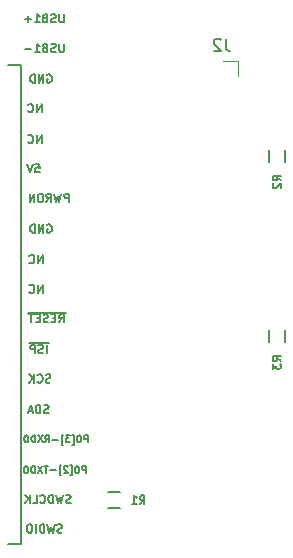
<source format=gbr>
G04 #@! TF.FileFunction,Legend,Bot*
%FSLAX46Y46*%
G04 Gerber Fmt 4.6, Leading zero omitted, Abs format (unit mm)*
G04 Created by KiCad (PCBNEW 4.0.7-e1-6374~58~ubuntu14.04.1) date Fri Aug 25 00:07:31 2017*
%MOMM*%
%LPD*%
G01*
G04 APERTURE LIST*
%ADD10C,0.100000*%
%ADD11C,0.152400*%
%ADD12C,0.120000*%
%ADD13C,0.150000*%
G04 APERTURE END LIST*
D10*
D11*
X128000000Y-84760000D02*
X129100000Y-84760000D01*
X129100000Y-84760000D02*
X129100000Y-90560000D01*
X129100000Y-90560000D02*
X129100000Y-95960000D01*
X129100000Y-95960000D02*
X129100000Y-99560000D01*
X129100000Y-99560000D02*
X129100000Y-113560000D01*
X129100000Y-113560000D02*
X129100000Y-124060000D01*
X129100000Y-124060000D02*
X129100000Y-125260000D01*
X129100000Y-125260000D02*
X128000000Y-125260000D01*
D12*
X147470000Y-85650000D02*
X147470000Y-84380000D01*
X147470000Y-84380000D02*
X146200000Y-84380000D01*
D13*
X137500000Y-120875000D02*
X136500000Y-120875000D01*
X136500000Y-122225000D02*
X137500000Y-122225000D01*
X151475000Y-92900000D02*
X151475000Y-91900000D01*
X150125000Y-91900000D02*
X150125000Y-92900000D01*
X151475000Y-108200000D02*
X151475000Y-107200000D01*
X150125000Y-107200000D02*
X150125000Y-108200000D01*
X132750000Y-80416667D02*
X132750000Y-80983333D01*
X132716667Y-81050000D01*
X132683334Y-81083333D01*
X132616667Y-81116667D01*
X132483334Y-81116667D01*
X132416667Y-81083333D01*
X132383334Y-81050000D01*
X132350000Y-80983333D01*
X132350000Y-80416667D01*
X132050001Y-81083333D02*
X131950001Y-81116667D01*
X131783334Y-81116667D01*
X131716667Y-81083333D01*
X131683334Y-81050000D01*
X131650001Y-80983333D01*
X131650001Y-80916667D01*
X131683334Y-80850000D01*
X131716667Y-80816667D01*
X131783334Y-80783333D01*
X131916667Y-80750000D01*
X131983334Y-80716667D01*
X132016667Y-80683333D01*
X132050001Y-80616667D01*
X132050001Y-80550000D01*
X132016667Y-80483333D01*
X131983334Y-80450000D01*
X131916667Y-80416667D01*
X131750001Y-80416667D01*
X131650001Y-80450000D01*
X131116667Y-80750000D02*
X131016667Y-80783333D01*
X130983334Y-80816667D01*
X130950000Y-80883333D01*
X130950000Y-80983333D01*
X130983334Y-81050000D01*
X131016667Y-81083333D01*
X131083334Y-81116667D01*
X131350000Y-81116667D01*
X131350000Y-80416667D01*
X131116667Y-80416667D01*
X131050000Y-80450000D01*
X131016667Y-80483333D01*
X130983334Y-80550000D01*
X130983334Y-80616667D01*
X131016667Y-80683333D01*
X131050000Y-80716667D01*
X131116667Y-80750000D01*
X131350000Y-80750000D01*
X130283334Y-81116667D02*
X130683334Y-81116667D01*
X130483334Y-81116667D02*
X130483334Y-80416667D01*
X130550000Y-80516667D01*
X130616667Y-80583333D01*
X130683334Y-80616667D01*
X129983333Y-80850000D02*
X129450000Y-80850000D01*
X129716667Y-81116667D02*
X129716667Y-80583333D01*
X132750000Y-82916667D02*
X132750000Y-83483333D01*
X132716667Y-83550000D01*
X132683334Y-83583333D01*
X132616667Y-83616667D01*
X132483334Y-83616667D01*
X132416667Y-83583333D01*
X132383334Y-83550000D01*
X132350000Y-83483333D01*
X132350000Y-82916667D01*
X132050001Y-83583333D02*
X131950001Y-83616667D01*
X131783334Y-83616667D01*
X131716667Y-83583333D01*
X131683334Y-83550000D01*
X131650001Y-83483333D01*
X131650001Y-83416667D01*
X131683334Y-83350000D01*
X131716667Y-83316667D01*
X131783334Y-83283333D01*
X131916667Y-83250000D01*
X131983334Y-83216667D01*
X132016667Y-83183333D01*
X132050001Y-83116667D01*
X132050001Y-83050000D01*
X132016667Y-82983333D01*
X131983334Y-82950000D01*
X131916667Y-82916667D01*
X131750001Y-82916667D01*
X131650001Y-82950000D01*
X131116667Y-83250000D02*
X131016667Y-83283333D01*
X130983334Y-83316667D01*
X130950000Y-83383333D01*
X130950000Y-83483333D01*
X130983334Y-83550000D01*
X131016667Y-83583333D01*
X131083334Y-83616667D01*
X131350000Y-83616667D01*
X131350000Y-82916667D01*
X131116667Y-82916667D01*
X131050000Y-82950000D01*
X131016667Y-82983333D01*
X130983334Y-83050000D01*
X130983334Y-83116667D01*
X131016667Y-83183333D01*
X131050000Y-83216667D01*
X131116667Y-83250000D01*
X131350000Y-83250000D01*
X130283334Y-83616667D02*
X130683334Y-83616667D01*
X130483334Y-83616667D02*
X130483334Y-82916667D01*
X130550000Y-83016667D01*
X130616667Y-83083333D01*
X130683334Y-83116667D01*
X129983333Y-83350000D02*
X129450000Y-83350000D01*
X132583333Y-124283333D02*
X132483333Y-124316667D01*
X132316666Y-124316667D01*
X132249999Y-124283333D01*
X132216666Y-124250000D01*
X132183333Y-124183333D01*
X132183333Y-124116667D01*
X132216666Y-124050000D01*
X132249999Y-124016667D01*
X132316666Y-123983333D01*
X132449999Y-123950000D01*
X132516666Y-123916667D01*
X132549999Y-123883333D01*
X132583333Y-123816667D01*
X132583333Y-123750000D01*
X132549999Y-123683333D01*
X132516666Y-123650000D01*
X132449999Y-123616667D01*
X132283333Y-123616667D01*
X132183333Y-123650000D01*
X131949999Y-123616667D02*
X131783332Y-124316667D01*
X131649999Y-123816667D01*
X131516666Y-124316667D01*
X131349999Y-123616667D01*
X131083332Y-124316667D02*
X131083332Y-123616667D01*
X130916666Y-123616667D01*
X130816666Y-123650000D01*
X130749999Y-123716667D01*
X130716666Y-123783333D01*
X130683332Y-123916667D01*
X130683332Y-124016667D01*
X130716666Y-124150000D01*
X130749999Y-124216667D01*
X130816666Y-124283333D01*
X130916666Y-124316667D01*
X131083332Y-124316667D01*
X130383332Y-124316667D02*
X130383332Y-123616667D01*
X129916666Y-123616667D02*
X129783333Y-123616667D01*
X129716666Y-123650000D01*
X129649999Y-123716667D01*
X129616666Y-123850000D01*
X129616666Y-124083333D01*
X129649999Y-124216667D01*
X129716666Y-124283333D01*
X129783333Y-124316667D01*
X129916666Y-124316667D01*
X129983333Y-124283333D01*
X130049999Y-124216667D01*
X130083333Y-124083333D01*
X130083333Y-123850000D01*
X130049999Y-123716667D01*
X129983333Y-123650000D01*
X129916666Y-123616667D01*
X133333334Y-121783333D02*
X133233334Y-121816667D01*
X133066667Y-121816667D01*
X133000000Y-121783333D01*
X132966667Y-121750000D01*
X132933334Y-121683333D01*
X132933334Y-121616667D01*
X132966667Y-121550000D01*
X133000000Y-121516667D01*
X133066667Y-121483333D01*
X133200000Y-121450000D01*
X133266667Y-121416667D01*
X133300000Y-121383333D01*
X133333334Y-121316667D01*
X133333334Y-121250000D01*
X133300000Y-121183333D01*
X133266667Y-121150000D01*
X133200000Y-121116667D01*
X133033334Y-121116667D01*
X132933334Y-121150000D01*
X132700000Y-121116667D02*
X132533333Y-121816667D01*
X132400000Y-121316667D01*
X132266667Y-121816667D01*
X132100000Y-121116667D01*
X131833333Y-121816667D02*
X131833333Y-121116667D01*
X131666667Y-121116667D01*
X131566667Y-121150000D01*
X131500000Y-121216667D01*
X131466667Y-121283333D01*
X131433333Y-121416667D01*
X131433333Y-121516667D01*
X131466667Y-121650000D01*
X131500000Y-121716667D01*
X131566667Y-121783333D01*
X131666667Y-121816667D01*
X131833333Y-121816667D01*
X130733333Y-121750000D02*
X130766667Y-121783333D01*
X130866667Y-121816667D01*
X130933333Y-121816667D01*
X131033333Y-121783333D01*
X131100000Y-121716667D01*
X131133333Y-121650000D01*
X131166667Y-121516667D01*
X131166667Y-121416667D01*
X131133333Y-121283333D01*
X131100000Y-121216667D01*
X131033333Y-121150000D01*
X130933333Y-121116667D01*
X130866667Y-121116667D01*
X130766667Y-121150000D01*
X130733333Y-121183333D01*
X130100000Y-121816667D02*
X130433333Y-121816667D01*
X130433333Y-121116667D01*
X129866666Y-121816667D02*
X129866666Y-121116667D01*
X129466666Y-121816667D02*
X129766666Y-121416667D01*
X129466666Y-121116667D02*
X129866666Y-121516667D01*
X134600001Y-119271429D02*
X134600001Y-118671429D01*
X134371429Y-118671429D01*
X134314287Y-118700000D01*
X134285715Y-118728571D01*
X134257144Y-118785714D01*
X134257144Y-118871429D01*
X134285715Y-118928571D01*
X134314287Y-118957143D01*
X134371429Y-118985714D01*
X134600001Y-118985714D01*
X133885715Y-118671429D02*
X133828572Y-118671429D01*
X133771429Y-118700000D01*
X133742858Y-118728571D01*
X133714287Y-118785714D01*
X133685715Y-118900000D01*
X133685715Y-119042857D01*
X133714287Y-119157143D01*
X133742858Y-119214286D01*
X133771429Y-119242857D01*
X133828572Y-119271429D01*
X133885715Y-119271429D01*
X133942858Y-119242857D01*
X133971429Y-119214286D01*
X134000001Y-119157143D01*
X134028572Y-119042857D01*
X134028572Y-118900000D01*
X134000001Y-118785714D01*
X133971429Y-118728571D01*
X133942858Y-118700000D01*
X133885715Y-118671429D01*
X133257143Y-119471429D02*
X133400000Y-119471429D01*
X133400000Y-118614286D01*
X133257143Y-118614286D01*
X133057143Y-118728571D02*
X133028572Y-118700000D01*
X132971429Y-118671429D01*
X132828572Y-118671429D01*
X132771429Y-118700000D01*
X132742858Y-118728571D01*
X132714286Y-118785714D01*
X132714286Y-118842857D01*
X132742858Y-118928571D01*
X133085715Y-119271429D01*
X132714286Y-119271429D01*
X132514286Y-119471429D02*
X132371429Y-119471429D01*
X132371429Y-118614286D01*
X132514286Y-118614286D01*
X132057143Y-119042857D02*
X131600000Y-119042857D01*
X131400000Y-118671429D02*
X131057143Y-118671429D01*
X131228572Y-119271429D02*
X131228572Y-118671429D01*
X130914286Y-118671429D02*
X130514286Y-119271429D01*
X130514286Y-118671429D02*
X130914286Y-119271429D01*
X130285714Y-119271429D02*
X130285714Y-118671429D01*
X130142857Y-118671429D01*
X130057142Y-118700000D01*
X130000000Y-118757143D01*
X129971428Y-118814286D01*
X129942857Y-118928571D01*
X129942857Y-119014286D01*
X129971428Y-119128571D01*
X130000000Y-119185714D01*
X130057142Y-119242857D01*
X130142857Y-119271429D01*
X130285714Y-119271429D01*
X129571428Y-118671429D02*
X129514285Y-118671429D01*
X129457142Y-118700000D01*
X129428571Y-118728571D01*
X129400000Y-118785714D01*
X129371428Y-118900000D01*
X129371428Y-119042857D01*
X129400000Y-119157143D01*
X129428571Y-119214286D01*
X129457142Y-119242857D01*
X129514285Y-119271429D01*
X129571428Y-119271429D01*
X129628571Y-119242857D01*
X129657142Y-119214286D01*
X129685714Y-119157143D01*
X129714285Y-119042857D01*
X129714285Y-118900000D01*
X129685714Y-118785714D01*
X129657142Y-118728571D01*
X129628571Y-118700000D01*
X129571428Y-118671429D01*
X134771429Y-116671429D02*
X134771429Y-116071429D01*
X134542857Y-116071429D01*
X134485715Y-116100000D01*
X134457143Y-116128571D01*
X134428572Y-116185714D01*
X134428572Y-116271429D01*
X134457143Y-116328571D01*
X134485715Y-116357143D01*
X134542857Y-116385714D01*
X134771429Y-116385714D01*
X134057143Y-116071429D02*
X134000000Y-116071429D01*
X133942857Y-116100000D01*
X133914286Y-116128571D01*
X133885715Y-116185714D01*
X133857143Y-116300000D01*
X133857143Y-116442857D01*
X133885715Y-116557143D01*
X133914286Y-116614286D01*
X133942857Y-116642857D01*
X134000000Y-116671429D01*
X134057143Y-116671429D01*
X134114286Y-116642857D01*
X134142857Y-116614286D01*
X134171429Y-116557143D01*
X134200000Y-116442857D01*
X134200000Y-116300000D01*
X134171429Y-116185714D01*
X134142857Y-116128571D01*
X134114286Y-116100000D01*
X134057143Y-116071429D01*
X133428571Y-116871429D02*
X133571428Y-116871429D01*
X133571428Y-116014286D01*
X133428571Y-116014286D01*
X133257143Y-116071429D02*
X132885714Y-116071429D01*
X133085714Y-116300000D01*
X133000000Y-116300000D01*
X132942857Y-116328571D01*
X132914286Y-116357143D01*
X132885714Y-116414286D01*
X132885714Y-116557143D01*
X132914286Y-116614286D01*
X132942857Y-116642857D01*
X133000000Y-116671429D01*
X133171428Y-116671429D01*
X133228571Y-116642857D01*
X133257143Y-116614286D01*
X132685714Y-116871429D02*
X132542857Y-116871429D01*
X132542857Y-116014286D01*
X132685714Y-116014286D01*
X132228571Y-116442857D02*
X131771428Y-116442857D01*
X131142857Y-116671429D02*
X131342857Y-116385714D01*
X131485714Y-116671429D02*
X131485714Y-116071429D01*
X131257142Y-116071429D01*
X131200000Y-116100000D01*
X131171428Y-116128571D01*
X131142857Y-116185714D01*
X131142857Y-116271429D01*
X131171428Y-116328571D01*
X131200000Y-116357143D01*
X131257142Y-116385714D01*
X131485714Y-116385714D01*
X130942857Y-116071429D02*
X130542857Y-116671429D01*
X130542857Y-116071429D02*
X130942857Y-116671429D01*
X130314285Y-116671429D02*
X130314285Y-116071429D01*
X130171428Y-116071429D01*
X130085713Y-116100000D01*
X130028571Y-116157143D01*
X129999999Y-116214286D01*
X129971428Y-116328571D01*
X129971428Y-116414286D01*
X129999999Y-116528571D01*
X130028571Y-116585714D01*
X130085713Y-116642857D01*
X130171428Y-116671429D01*
X130314285Y-116671429D01*
X129599999Y-116071429D02*
X129542856Y-116071429D01*
X129485713Y-116100000D01*
X129457142Y-116128571D01*
X129428571Y-116185714D01*
X129399999Y-116300000D01*
X129399999Y-116442857D01*
X129428571Y-116557143D01*
X129457142Y-116614286D01*
X129485713Y-116642857D01*
X129542856Y-116671429D01*
X129599999Y-116671429D01*
X129657142Y-116642857D01*
X129685713Y-116614286D01*
X129714285Y-116557143D01*
X129742856Y-116442857D01*
X129742856Y-116300000D01*
X129714285Y-116185714D01*
X129685713Y-116128571D01*
X129657142Y-116100000D01*
X129599999Y-116071429D01*
X131450000Y-114183333D02*
X131350000Y-114216667D01*
X131183333Y-114216667D01*
X131116666Y-114183333D01*
X131083333Y-114150000D01*
X131050000Y-114083333D01*
X131050000Y-114016667D01*
X131083333Y-113950000D01*
X131116666Y-113916667D01*
X131183333Y-113883333D01*
X131316666Y-113850000D01*
X131383333Y-113816667D01*
X131416666Y-113783333D01*
X131450000Y-113716667D01*
X131450000Y-113650000D01*
X131416666Y-113583333D01*
X131383333Y-113550000D01*
X131316666Y-113516667D01*
X131150000Y-113516667D01*
X131050000Y-113550000D01*
X130749999Y-114216667D02*
X130749999Y-113516667D01*
X130583333Y-113516667D01*
X130483333Y-113550000D01*
X130416666Y-113616667D01*
X130383333Y-113683333D01*
X130349999Y-113816667D01*
X130349999Y-113916667D01*
X130383333Y-114050000D01*
X130416666Y-114116667D01*
X130483333Y-114183333D01*
X130583333Y-114216667D01*
X130749999Y-114216667D01*
X130083333Y-114016667D02*
X129749999Y-114016667D01*
X130149999Y-114216667D02*
X129916666Y-113516667D01*
X129683333Y-114216667D01*
X131600000Y-111583333D02*
X131500000Y-111616667D01*
X131333333Y-111616667D01*
X131266666Y-111583333D01*
X131233333Y-111550000D01*
X131200000Y-111483333D01*
X131200000Y-111416667D01*
X131233333Y-111350000D01*
X131266666Y-111316667D01*
X131333333Y-111283333D01*
X131466666Y-111250000D01*
X131533333Y-111216667D01*
X131566666Y-111183333D01*
X131600000Y-111116667D01*
X131600000Y-111050000D01*
X131566666Y-110983333D01*
X131533333Y-110950000D01*
X131466666Y-110916667D01*
X131300000Y-110916667D01*
X131200000Y-110950000D01*
X130499999Y-111550000D02*
X130533333Y-111583333D01*
X130633333Y-111616667D01*
X130699999Y-111616667D01*
X130799999Y-111583333D01*
X130866666Y-111516667D01*
X130899999Y-111450000D01*
X130933333Y-111316667D01*
X130933333Y-111216667D01*
X130899999Y-111083333D01*
X130866666Y-111016667D01*
X130799999Y-110950000D01*
X130699999Y-110916667D01*
X130633333Y-110916667D01*
X130533333Y-110950000D01*
X130499999Y-110983333D01*
X130199999Y-111616667D02*
X130199999Y-110916667D01*
X129799999Y-111616667D02*
X130099999Y-111216667D01*
X129799999Y-110916667D02*
X130199999Y-111316667D01*
X131283333Y-109116667D02*
X131283333Y-108416667D01*
X130983334Y-109083333D02*
X130883334Y-109116667D01*
X130716667Y-109116667D01*
X130650000Y-109083333D01*
X130616667Y-109050000D01*
X130583334Y-108983333D01*
X130583334Y-108916667D01*
X130616667Y-108850000D01*
X130650000Y-108816667D01*
X130716667Y-108783333D01*
X130850000Y-108750000D01*
X130916667Y-108716667D01*
X130950000Y-108683333D01*
X130983334Y-108616667D01*
X130983334Y-108550000D01*
X130950000Y-108483333D01*
X130916667Y-108450000D01*
X130850000Y-108416667D01*
X130683334Y-108416667D01*
X130583334Y-108450000D01*
X130283333Y-109116667D02*
X130283333Y-108416667D01*
X130016667Y-108416667D01*
X129950000Y-108450000D01*
X129916667Y-108483333D01*
X129883333Y-108550000D01*
X129883333Y-108650000D01*
X129916667Y-108716667D01*
X129950000Y-108750000D01*
X130016667Y-108783333D01*
X130283333Y-108783333D01*
X131450000Y-108296000D02*
X129750000Y-108296000D01*
X132316666Y-106516667D02*
X132550000Y-106183333D01*
X132716666Y-106516667D02*
X132716666Y-105816667D01*
X132450000Y-105816667D01*
X132383333Y-105850000D01*
X132350000Y-105883333D01*
X132316666Y-105950000D01*
X132316666Y-106050000D01*
X132350000Y-106116667D01*
X132383333Y-106150000D01*
X132450000Y-106183333D01*
X132716666Y-106183333D01*
X132016666Y-106150000D02*
X131783333Y-106150000D01*
X131683333Y-106516667D02*
X132016666Y-106516667D01*
X132016666Y-105816667D01*
X131683333Y-105816667D01*
X131416667Y-106483333D02*
X131316667Y-106516667D01*
X131150000Y-106516667D01*
X131083333Y-106483333D01*
X131050000Y-106450000D01*
X131016667Y-106383333D01*
X131016667Y-106316667D01*
X131050000Y-106250000D01*
X131083333Y-106216667D01*
X131150000Y-106183333D01*
X131283333Y-106150000D01*
X131350000Y-106116667D01*
X131383333Y-106083333D01*
X131416667Y-106016667D01*
X131416667Y-105950000D01*
X131383333Y-105883333D01*
X131350000Y-105850000D01*
X131283333Y-105816667D01*
X131116667Y-105816667D01*
X131016667Y-105850000D01*
X130716666Y-106150000D02*
X130483333Y-106150000D01*
X130383333Y-106516667D02*
X130716666Y-106516667D01*
X130716666Y-105816667D01*
X130383333Y-105816667D01*
X130183333Y-105816667D02*
X129783333Y-105816667D01*
X129983333Y-106516667D02*
X129983333Y-105816667D01*
X132883333Y-105696000D02*
X129716667Y-105696000D01*
X130949999Y-104016667D02*
X130949999Y-103316667D01*
X130549999Y-104016667D01*
X130549999Y-103316667D01*
X129816666Y-103950000D02*
X129850000Y-103983333D01*
X129950000Y-104016667D01*
X130016666Y-104016667D01*
X130116666Y-103983333D01*
X130183333Y-103916667D01*
X130216666Y-103850000D01*
X130250000Y-103716667D01*
X130250000Y-103616667D01*
X130216666Y-103483333D01*
X130183333Y-103416667D01*
X130116666Y-103350000D01*
X130016666Y-103316667D01*
X129950000Y-103316667D01*
X129850000Y-103350000D01*
X129816666Y-103383333D01*
X130949999Y-101516667D02*
X130949999Y-100816667D01*
X130549999Y-101516667D01*
X130549999Y-100816667D01*
X129816666Y-101450000D02*
X129850000Y-101483333D01*
X129950000Y-101516667D01*
X130016666Y-101516667D01*
X130116666Y-101483333D01*
X130183333Y-101416667D01*
X130216666Y-101350000D01*
X130250000Y-101216667D01*
X130250000Y-101116667D01*
X130216666Y-100983333D01*
X130183333Y-100916667D01*
X130116666Y-100850000D01*
X130016666Y-100816667D01*
X129950000Y-100816667D01*
X129850000Y-100850000D01*
X129816666Y-100883333D01*
X131333333Y-98250000D02*
X131399999Y-98216667D01*
X131499999Y-98216667D01*
X131599999Y-98250000D01*
X131666666Y-98316667D01*
X131699999Y-98383333D01*
X131733333Y-98516667D01*
X131733333Y-98616667D01*
X131699999Y-98750000D01*
X131666666Y-98816667D01*
X131599999Y-98883333D01*
X131499999Y-98916667D01*
X131433333Y-98916667D01*
X131333333Y-98883333D01*
X131299999Y-98850000D01*
X131299999Y-98616667D01*
X131433333Y-98616667D01*
X130999999Y-98916667D02*
X130999999Y-98216667D01*
X130599999Y-98916667D01*
X130599999Y-98216667D01*
X130266666Y-98916667D02*
X130266666Y-98216667D01*
X130100000Y-98216667D01*
X130000000Y-98250000D01*
X129933333Y-98316667D01*
X129900000Y-98383333D01*
X129866666Y-98516667D01*
X129866666Y-98616667D01*
X129900000Y-98750000D01*
X129933333Y-98816667D01*
X130000000Y-98883333D01*
X130100000Y-98916667D01*
X130266666Y-98916667D01*
X133166666Y-96316667D02*
X133166666Y-95616667D01*
X132900000Y-95616667D01*
X132833333Y-95650000D01*
X132800000Y-95683333D01*
X132766666Y-95750000D01*
X132766666Y-95850000D01*
X132800000Y-95916667D01*
X132833333Y-95950000D01*
X132900000Y-95983333D01*
X133166666Y-95983333D01*
X132533333Y-95616667D02*
X132366666Y-96316667D01*
X132233333Y-95816667D01*
X132100000Y-96316667D01*
X131933333Y-95616667D01*
X131266666Y-96316667D02*
X131500000Y-95983333D01*
X131666666Y-96316667D02*
X131666666Y-95616667D01*
X131400000Y-95616667D01*
X131333333Y-95650000D01*
X131300000Y-95683333D01*
X131266666Y-95750000D01*
X131266666Y-95850000D01*
X131300000Y-95916667D01*
X131333333Y-95950000D01*
X131400000Y-95983333D01*
X131666666Y-95983333D01*
X130833333Y-95616667D02*
X130700000Y-95616667D01*
X130633333Y-95650000D01*
X130566666Y-95716667D01*
X130533333Y-95850000D01*
X130533333Y-96083333D01*
X130566666Y-96216667D01*
X130633333Y-96283333D01*
X130700000Y-96316667D01*
X130833333Y-96316667D01*
X130900000Y-96283333D01*
X130966666Y-96216667D01*
X131000000Y-96083333D01*
X131000000Y-95850000D01*
X130966666Y-95716667D01*
X130900000Y-95650000D01*
X130833333Y-95616667D01*
X130233333Y-96316667D02*
X130233333Y-95616667D01*
X129833333Y-96316667D01*
X129833333Y-95616667D01*
X130333333Y-93116667D02*
X130666666Y-93116667D01*
X130700000Y-93450000D01*
X130666666Y-93416667D01*
X130600000Y-93383333D01*
X130433333Y-93383333D01*
X130366666Y-93416667D01*
X130333333Y-93450000D01*
X130300000Y-93516667D01*
X130300000Y-93683333D01*
X130333333Y-93750000D01*
X130366666Y-93783333D01*
X130433333Y-93816667D01*
X130600000Y-93816667D01*
X130666666Y-93783333D01*
X130700000Y-93750000D01*
X130099999Y-93116667D02*
X129866666Y-93816667D01*
X129633333Y-93116667D01*
X130849999Y-91316667D02*
X130849999Y-90616667D01*
X130449999Y-91316667D01*
X130449999Y-90616667D01*
X129716666Y-91250000D02*
X129750000Y-91283333D01*
X129850000Y-91316667D01*
X129916666Y-91316667D01*
X130016666Y-91283333D01*
X130083333Y-91216667D01*
X130116666Y-91150000D01*
X130150000Y-91016667D01*
X130150000Y-90916667D01*
X130116666Y-90783333D01*
X130083333Y-90716667D01*
X130016666Y-90650000D01*
X129916666Y-90616667D01*
X129850000Y-90616667D01*
X129750000Y-90650000D01*
X129716666Y-90683333D01*
X130849999Y-88716667D02*
X130849999Y-88016667D01*
X130449999Y-88716667D01*
X130449999Y-88016667D01*
X129716666Y-88650000D02*
X129750000Y-88683333D01*
X129850000Y-88716667D01*
X129916666Y-88716667D01*
X130016666Y-88683333D01*
X130083333Y-88616667D01*
X130116666Y-88550000D01*
X130150000Y-88416667D01*
X130150000Y-88316667D01*
X130116666Y-88183333D01*
X130083333Y-88116667D01*
X130016666Y-88050000D01*
X129916666Y-88016667D01*
X129850000Y-88016667D01*
X129750000Y-88050000D01*
X129716666Y-88083333D01*
X131333333Y-85550000D02*
X131399999Y-85516667D01*
X131499999Y-85516667D01*
X131599999Y-85550000D01*
X131666666Y-85616667D01*
X131699999Y-85683333D01*
X131733333Y-85816667D01*
X131733333Y-85916667D01*
X131699999Y-86050000D01*
X131666666Y-86116667D01*
X131599999Y-86183333D01*
X131499999Y-86216667D01*
X131433333Y-86216667D01*
X131333333Y-86183333D01*
X131299999Y-86150000D01*
X131299999Y-85916667D01*
X131433333Y-85916667D01*
X130999999Y-86216667D02*
X130999999Y-85516667D01*
X130599999Y-86216667D01*
X130599999Y-85516667D01*
X130266666Y-86216667D02*
X130266666Y-85516667D01*
X130100000Y-85516667D01*
X130000000Y-85550000D01*
X129933333Y-85616667D01*
X129900000Y-85683333D01*
X129866666Y-85816667D01*
X129866666Y-85916667D01*
X129900000Y-86050000D01*
X129933333Y-86116667D01*
X130000000Y-86183333D01*
X130100000Y-86216667D01*
X130266666Y-86216667D01*
X146433333Y-82502381D02*
X146433333Y-83216667D01*
X146480953Y-83359524D01*
X146576191Y-83454762D01*
X146719048Y-83502381D01*
X146814286Y-83502381D01*
X146004762Y-82597619D02*
X145957143Y-82550000D01*
X145861905Y-82502381D01*
X145623809Y-82502381D01*
X145528571Y-82550000D01*
X145480952Y-82597619D01*
X145433333Y-82692857D01*
X145433333Y-82788095D01*
X145480952Y-82930952D01*
X146052381Y-83502381D01*
X145433333Y-83502381D01*
X139166666Y-121866667D02*
X139400000Y-121533333D01*
X139566666Y-121866667D02*
X139566666Y-121166667D01*
X139300000Y-121166667D01*
X139233333Y-121200000D01*
X139200000Y-121233333D01*
X139166666Y-121300000D01*
X139166666Y-121400000D01*
X139200000Y-121466667D01*
X139233333Y-121500000D01*
X139300000Y-121533333D01*
X139566666Y-121533333D01*
X138500000Y-121866667D02*
X138900000Y-121866667D01*
X138700000Y-121866667D02*
X138700000Y-121166667D01*
X138766666Y-121266667D01*
X138833333Y-121333333D01*
X138900000Y-121366667D01*
X151116667Y-94483334D02*
X150783333Y-94250000D01*
X151116667Y-94083334D02*
X150416667Y-94083334D01*
X150416667Y-94350000D01*
X150450000Y-94416667D01*
X150483333Y-94450000D01*
X150550000Y-94483334D01*
X150650000Y-94483334D01*
X150716667Y-94450000D01*
X150750000Y-94416667D01*
X150783333Y-94350000D01*
X150783333Y-94083334D01*
X150483333Y-94750000D02*
X150450000Y-94783334D01*
X150416667Y-94850000D01*
X150416667Y-95016667D01*
X150450000Y-95083334D01*
X150483333Y-95116667D01*
X150550000Y-95150000D01*
X150616667Y-95150000D01*
X150716667Y-95116667D01*
X151116667Y-94716667D01*
X151116667Y-95150000D01*
X151116667Y-109783334D02*
X150783333Y-109550000D01*
X151116667Y-109383334D02*
X150416667Y-109383334D01*
X150416667Y-109650000D01*
X150450000Y-109716667D01*
X150483333Y-109750000D01*
X150550000Y-109783334D01*
X150650000Y-109783334D01*
X150716667Y-109750000D01*
X150750000Y-109716667D01*
X150783333Y-109650000D01*
X150783333Y-109383334D01*
X150416667Y-110016667D02*
X150416667Y-110450000D01*
X150683333Y-110216667D01*
X150683333Y-110316667D01*
X150716667Y-110383334D01*
X150750000Y-110416667D01*
X150816667Y-110450000D01*
X150983333Y-110450000D01*
X151050000Y-110416667D01*
X151083333Y-110383334D01*
X151116667Y-110316667D01*
X151116667Y-110116667D01*
X151083333Y-110050000D01*
X151050000Y-110016667D01*
M02*

</source>
